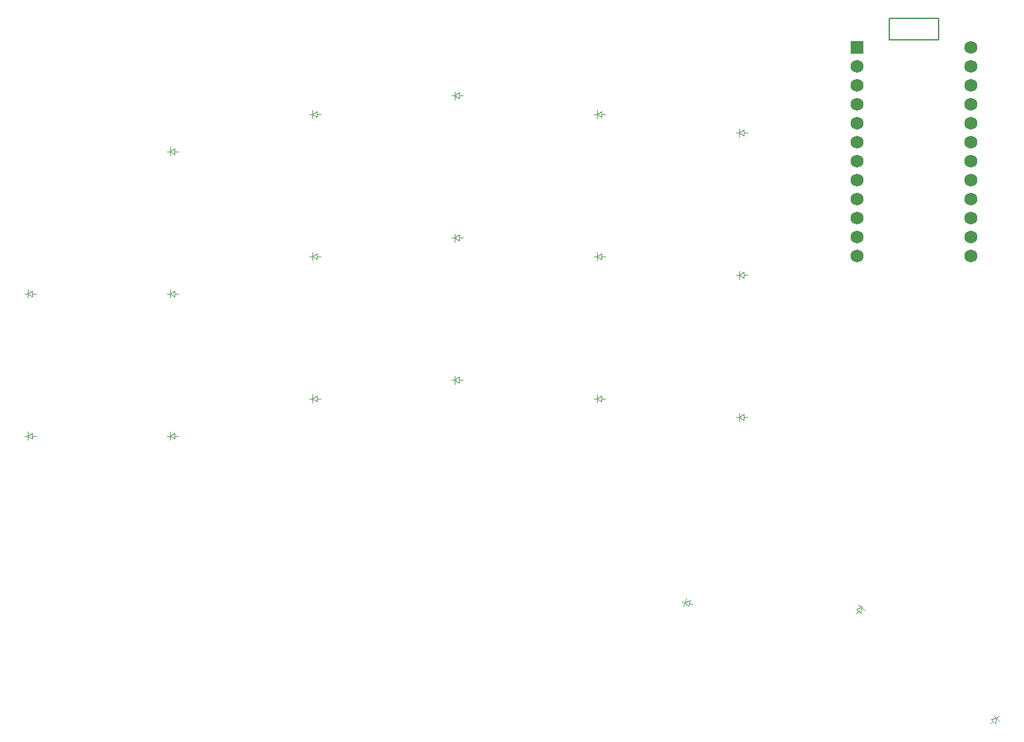
<source format=gbr>
%TF.GenerationSoftware,KiCad,Pcbnew,9.0.7*%
%TF.CreationDate,2026-02-06T22:36:50+02:00*%
%TF.ProjectId,juubo_left_finished,6a757562-6f5f-46c6-9566-745f66696e69,v1.0.0*%
%TF.SameCoordinates,Original*%
%TF.FileFunction,Legend,Bot*%
%TF.FilePolarity,Positive*%
%FSLAX46Y46*%
G04 Gerber Fmt 4.6, Leading zero omitted, Abs format (unit mm)*
G04 Created by KiCad (PCBNEW 9.0.7) date 2026-02-06 22:36:50*
%MOMM*%
%LPD*%
G01*
G04 APERTURE LIST*
%ADD10C,0.150000*%
%ADD11C,0.100000*%
%ADD12R,1.752600X1.752600*%
%ADD13C,1.752600*%
G04 APERTURE END LIST*
D10*
%TO.C,T1*%
X215000000Y-49060500D02*
X215000000Y-51910500D01*
X215000000Y-51910500D02*
X221600000Y-51910500D01*
X218300000Y-49060500D02*
X215000000Y-49060500D01*
X218300000Y-49060500D02*
X221600000Y-49060500D01*
X220250000Y-49060500D02*
X216350000Y-49060500D01*
X221600000Y-51910500D02*
X221600000Y-49060500D01*
D11*
%TO.C,D1*%
X99250000Y-105000000D02*
X99650000Y-105000000D01*
X99650000Y-105000000D02*
X99650000Y-104450000D01*
X99650000Y-105000000D02*
X99650000Y-105550000D01*
X99650000Y-105000000D02*
X100250000Y-104600000D01*
X100250000Y-104600000D02*
X100250000Y-105400000D01*
X100250000Y-105000000D02*
X100750000Y-105000000D01*
X100250000Y-105400000D02*
X99650000Y-105000000D01*
%TO.C,D9*%
X156400000Y-97500000D02*
X156800000Y-97500000D01*
X156800000Y-97500000D02*
X156800000Y-96950000D01*
X156800000Y-97500000D02*
X156800000Y-98050000D01*
X156800000Y-97500000D02*
X157400000Y-97100000D01*
X157400000Y-97100000D02*
X157400000Y-97900000D01*
X157400000Y-97500000D02*
X157900000Y-97500000D01*
X157400000Y-97900000D02*
X156800000Y-97500000D01*
%TO.C,D18*%
X187231461Y-127185515D02*
X187617831Y-127289042D01*
X187617831Y-127289042D02*
X187475480Y-127820303D01*
X187617831Y-127289042D02*
X187760181Y-126757783D01*
X187617831Y-127289042D02*
X188300914Y-127057963D01*
X188093859Y-127830704D02*
X187617831Y-127289042D01*
X188197386Y-127444334D02*
X188680349Y-127573743D01*
X188300914Y-127057963D02*
X188093859Y-127830704D01*
%TO.C,D16*%
X194500000Y-83450000D02*
X194900000Y-83450000D01*
X194900000Y-83450000D02*
X194900000Y-82900000D01*
X194900000Y-83450000D02*
X194900000Y-84000000D01*
X194900000Y-83450000D02*
X195500000Y-83050000D01*
X195500000Y-83050000D02*
X195500000Y-83850000D01*
X195500000Y-83450000D02*
X196000000Y-83450000D01*
X195500000Y-83850000D02*
X194900000Y-83450000D01*
%TO.C,D13*%
X175450000Y-80950000D02*
X175850000Y-80950000D01*
X175850000Y-80950000D02*
X175850000Y-80400000D01*
X175850000Y-80950000D02*
X175850000Y-81500000D01*
X175850000Y-80950000D02*
X176450000Y-80550000D01*
X176450000Y-80550000D02*
X176450000Y-81350000D01*
X176450000Y-80950000D02*
X176950000Y-80950000D01*
X176450000Y-81350000D02*
X175850000Y-80950000D01*
%TO.C,D6*%
X137350000Y-100000000D02*
X137750000Y-100000000D01*
X137750000Y-100000000D02*
X137750000Y-99450000D01*
X137750000Y-100000000D02*
X137750000Y-100550000D01*
X137750000Y-100000000D02*
X138350000Y-99600000D01*
X138350000Y-99600000D02*
X138350000Y-100400000D01*
X138350000Y-100000000D02*
X138850000Y-100000000D01*
X138350000Y-100400000D02*
X137750000Y-100000000D01*
%TO.C,D15*%
X194500000Y-102500000D02*
X194900000Y-102500000D01*
X194900000Y-102500000D02*
X194900000Y-101950000D01*
X194900000Y-102500000D02*
X194900000Y-103050000D01*
X194900000Y-102500000D02*
X195500000Y-102100000D01*
X195500000Y-102100000D02*
X195500000Y-102900000D01*
X195500000Y-102500000D02*
X196000000Y-102500000D01*
X195500000Y-102900000D02*
X194900000Y-102500000D01*
%TO.C,D7*%
X137350000Y-80950000D02*
X137750000Y-80950000D01*
X137750000Y-80950000D02*
X137750000Y-80400000D01*
X137750000Y-80950000D02*
X137750000Y-81500000D01*
X137750000Y-80950000D02*
X138350000Y-80550000D01*
X138350000Y-80550000D02*
X138350000Y-81350000D01*
X138350000Y-80950000D02*
X138850000Y-80950000D01*
X138350000Y-81350000D02*
X137750000Y-80950000D01*
%TO.C,D17*%
X194500000Y-64400000D02*
X194900000Y-64400000D01*
X194900000Y-64400000D02*
X194900000Y-63850000D01*
X194900000Y-64400000D02*
X194900000Y-64950000D01*
X194900000Y-64400000D02*
X195500000Y-64000000D01*
X195500000Y-64000000D02*
X195500000Y-64800000D01*
X195500000Y-64400000D02*
X196000000Y-64400000D01*
X195500000Y-64800000D02*
X194900000Y-64400000D01*
%TO.C,D12*%
X175450000Y-100000000D02*
X175850000Y-100000000D01*
X175850000Y-100000000D02*
X175850000Y-99450000D01*
X175850000Y-100000000D02*
X175850000Y-100550000D01*
X175850000Y-100000000D02*
X176450000Y-99600000D01*
X176450000Y-99600000D02*
X176450000Y-100400000D01*
X176450000Y-100000000D02*
X176950000Y-100000000D01*
X176450000Y-100400000D02*
X175850000Y-100000000D01*
%TO.C,D10*%
X156400000Y-78450000D02*
X156800000Y-78450000D01*
X156800000Y-78450000D02*
X156800000Y-77900000D01*
X156800000Y-78450000D02*
X156800000Y-79000000D01*
X156800000Y-78450000D02*
X157400000Y-78050000D01*
X157400000Y-78050000D02*
X157400000Y-78850000D01*
X157400000Y-78450000D02*
X157900000Y-78450000D01*
X157400000Y-78850000D02*
X156800000Y-78450000D01*
%TO.C,D2*%
X99250000Y-85950000D02*
X99650000Y-85950000D01*
X99650000Y-85950000D02*
X99650000Y-85400000D01*
X99650000Y-85950000D02*
X99650000Y-86500000D01*
X99650000Y-85950000D02*
X100250000Y-85550000D01*
X100250000Y-85550000D02*
X100250000Y-86350000D01*
X100250000Y-85950000D02*
X100750000Y-85950000D01*
X100250000Y-86350000D02*
X99650000Y-85950000D01*
%TO.C,D4*%
X118300000Y-85950000D02*
X118700000Y-85950000D01*
X118700000Y-85950000D02*
X118700000Y-85400000D01*
X118700000Y-85950000D02*
X118700000Y-86500000D01*
X118700000Y-85950000D02*
X119300000Y-85550000D01*
X119300000Y-85550000D02*
X119300000Y-86350000D01*
X119300000Y-85950000D02*
X119800000Y-85950000D01*
X119300000Y-86350000D02*
X118700000Y-85950000D01*
%TO.C,D3*%
X118300000Y-105000000D02*
X118700000Y-105000000D01*
X118700000Y-105000000D02*
X118700000Y-104450000D01*
X118700000Y-105000000D02*
X118700000Y-105550000D01*
X118700000Y-105000000D02*
X119300000Y-104600000D01*
X119300000Y-104600000D02*
X119300000Y-105400000D01*
X119300000Y-105000000D02*
X119800000Y-105000000D01*
X119300000Y-105400000D02*
X118700000Y-105000000D01*
%TO.C,D19*%
X210563318Y-128203365D02*
X211255409Y-128000853D01*
X210869736Y-128460480D02*
X210548342Y-128843502D01*
X211176154Y-128717595D02*
X210563318Y-128203365D01*
X211255409Y-128000853D02*
X210834084Y-127647320D01*
X211255409Y-128000853D02*
X211176154Y-128717595D01*
X211255409Y-128000853D02*
X211676733Y-128354387D01*
X211512524Y-127694436D02*
X211255409Y-128000853D01*
%TO.C,D14*%
X175450000Y-61900000D02*
X175850000Y-61900000D01*
X175850000Y-61900000D02*
X175850000Y-61350000D01*
X175850000Y-61900000D02*
X175850000Y-62450000D01*
X175850000Y-61900000D02*
X176450000Y-61500000D01*
X176450000Y-61500000D02*
X176450000Y-62300000D01*
X176450000Y-61900000D02*
X176950000Y-61900000D01*
X176450000Y-62300000D02*
X175850000Y-61900000D01*
%TO.C,D5*%
X118300000Y-66900000D02*
X118700000Y-66900000D01*
X118700000Y-66900000D02*
X118700000Y-66350000D01*
X118700000Y-66900000D02*
X118700000Y-67450000D01*
X118700000Y-66900000D02*
X119300000Y-66500000D01*
X119300000Y-66500000D02*
X119300000Y-67300000D01*
X119300000Y-66900000D02*
X119800000Y-66900000D01*
X119300000Y-67300000D02*
X118700000Y-66900000D01*
%TO.C,D11*%
X156400000Y-59400000D02*
X156800000Y-59400000D01*
X156800000Y-59400000D02*
X156800000Y-58850000D01*
X156800000Y-59400000D02*
X156800000Y-59950000D01*
X156800000Y-59400000D02*
X157400000Y-59000000D01*
X157400000Y-59000000D02*
X157400000Y-59800000D01*
X157400000Y-59400000D02*
X157900000Y-59400000D01*
X157400000Y-59800000D02*
X156800000Y-59400000D01*
%TO.C,D8*%
X137350000Y-61900000D02*
X137750000Y-61900000D01*
X137750000Y-61900000D02*
X137750000Y-61350000D01*
X137750000Y-61900000D02*
X137750000Y-62450000D01*
X137750000Y-61900000D02*
X138350000Y-61500000D01*
X138350000Y-61500000D02*
X138350000Y-62300000D01*
X138350000Y-61900000D02*
X138850000Y-61900000D01*
X138350000Y-62300000D02*
X137750000Y-61900000D01*
%TO.C,D20*%
X228610051Y-142948706D02*
X229317157Y-142807285D01*
X228892893Y-143231549D02*
X228539340Y-143585102D01*
X229175736Y-143514391D02*
X228610051Y-142948706D01*
X229317157Y-142807285D02*
X228928249Y-142418376D01*
X229317157Y-142807285D02*
X229175736Y-143514391D01*
X229317157Y-142807285D02*
X229706066Y-143196193D01*
X229600000Y-142524442D02*
X229317157Y-142807285D01*
%TD*%
D12*
%TO.C,MCU1*%
X210680000Y-52955000D03*
D13*
X210680000Y-55495000D03*
X210680000Y-58035000D03*
X210680000Y-60575000D03*
X210680000Y-63115000D03*
X210680000Y-65655000D03*
X210680000Y-68195000D03*
X210680000Y-70735000D03*
X210680000Y-73275000D03*
X210680000Y-75815000D03*
X210680000Y-78355000D03*
X210680000Y-80895000D03*
X225920000Y-52955000D03*
X225920000Y-55495000D03*
X225920000Y-58035000D03*
X225920000Y-60575000D03*
X225920000Y-63115000D03*
X225920000Y-65655000D03*
X225920000Y-68195000D03*
X225920000Y-70735000D03*
X225920000Y-73275000D03*
X225920000Y-75815000D03*
X225920000Y-78355000D03*
X225920000Y-80895000D03*
%TD*%
M02*

</source>
